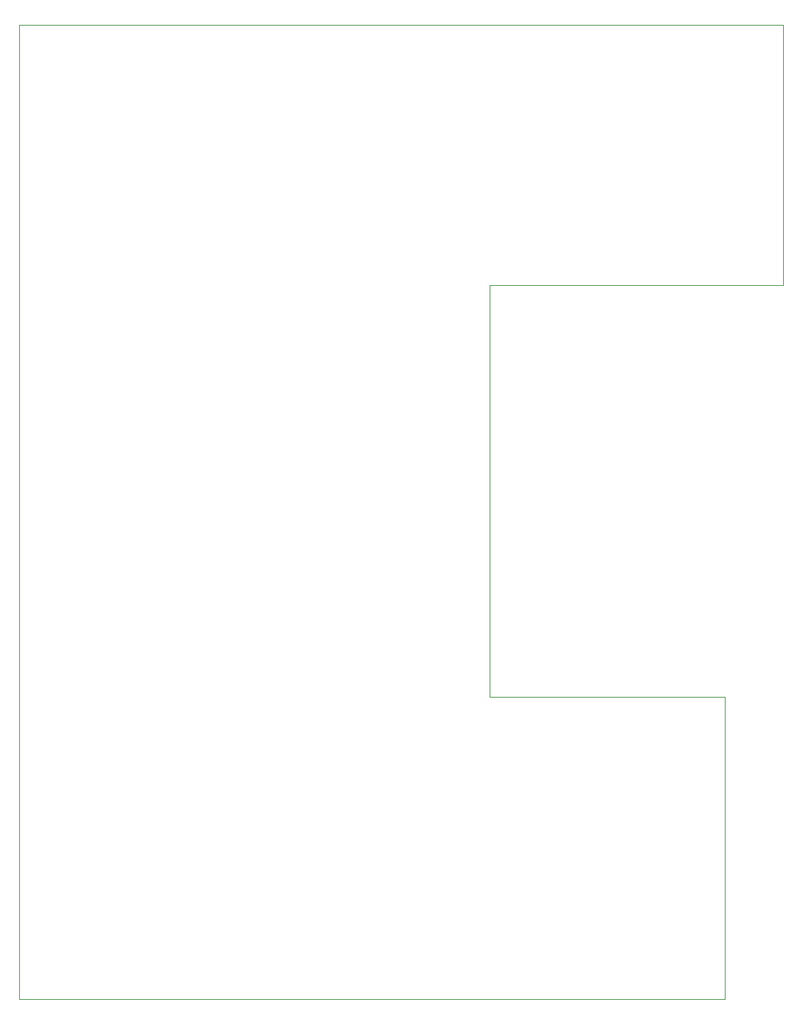
<source format=gm1>
G04 #@! TF.GenerationSoftware,KiCad,Pcbnew,7.0.0-rc2-unknown-92a61b187f~165~ubuntu22.04.1*
G04 #@! TF.CreationDate,2023-02-10T23:31:31-05:00*
G04 #@! TF.ProjectId,pmf_b2,706d665f-6232-42e6-9b69-6361645f7063,rev?*
G04 #@! TF.SameCoordinates,Original*
G04 #@! TF.FileFunction,Profile,NP*
%FSLAX46Y46*%
G04 Gerber Fmt 4.6, Leading zero omitted, Abs format (unit mm)*
G04 Created by KiCad (PCBNEW 7.0.0-rc2-unknown-92a61b187f~165~ubuntu22.04.1) date 2023-02-10 23:31:31*
%MOMM*%
%LPD*%
G01*
G04 APERTURE LIST*
G04 #@! TA.AperFunction,Profile*
%ADD10C,0.100000*%
G04 #@! TD*
G04 APERTURE END LIST*
D10*
X195500000Y-42000000D02*
X195500000Y-73000000D01*
X160500000Y-122000000D02*
X188500000Y-122000000D01*
X104500000Y-158000000D02*
X104500000Y-42000000D01*
X104500000Y-158000000D02*
X104500000Y-158000000D01*
X104500000Y-42000000D02*
X195500000Y-42000000D01*
X160500000Y-73000000D02*
X160500000Y-122000000D01*
X188500000Y-158000000D02*
X104500000Y-158000000D01*
X188500000Y-122000000D02*
X188500000Y-158000000D01*
X195500000Y-73000000D02*
X160500000Y-73000000D01*
M02*

</source>
